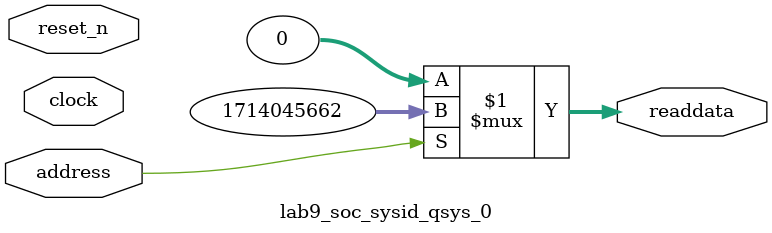
<source format=v>



// synthesis translate_off
`timescale 1ns / 1ps
// synthesis translate_on

// turn off superfluous verilog processor warnings 
// altera message_level Level1 
// altera message_off 10034 10035 10036 10037 10230 10240 10030 

module lab9_soc_sysid_qsys_0 (
               // inputs:
                address,
                clock,
                reset_n,

               // outputs:
                readdata
             )
;

  output  [ 31: 0] readdata;
  input            address;
  input            clock;
  input            reset_n;

  wire    [ 31: 0] readdata;
  //control_slave, which is an e_avalon_slave
  assign readdata = address ? 1714045662 : 0;

endmodule



</source>
